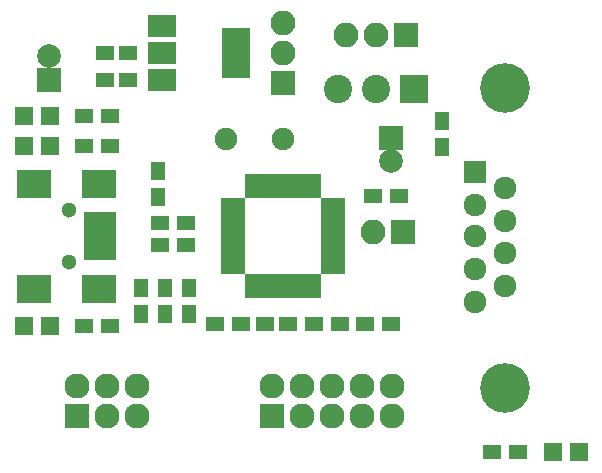
<source format=gts>
G04 #@! TF.GenerationSoftware,KiCad,Pcbnew,(2017-01-09 revision c2fb336)-makepkg*
G04 #@! TF.CreationDate,2017-04-23T15:34:07+02:00*
G04 #@! TF.ProjectId,avrIspMk2Clone,6176724973704D6B32436C6F6E652E6B,rev?*
G04 #@! TF.FileFunction,Soldermask,Top*
G04 #@! TF.FilePolarity,Negative*
%FSLAX46Y46*%
G04 Gerber Fmt 4.6, Leading zero omitted, Abs format (unit mm)*
G04 Created by KiCad (PCBNEW (2017-01-09 revision c2fb336)-makepkg) date 04/23/17 15:34:07*
%MOMM*%
%LPD*%
G01*
G04 APERTURE LIST*
%ADD10C,0.100000*%
%ADD11O,2.100000X2.100000*%
%ADD12R,2.100000X2.100000*%
%ADD13O,2.127200X2.127200*%
%ADD14R,2.127200X2.127200*%
%ADD15C,1.900000*%
%ADD16R,2.000000X2.000000*%
%ADD17C,2.000000*%
%ADD18R,1.600000X1.600000*%
%ADD19R,2.000000X0.950000*%
%ADD20R,0.950000X2.000000*%
%ADD21C,4.210000*%
%ADD22R,1.920000X1.920000*%
%ADD23C,1.920000*%
%ADD24C,1.300000*%
%ADD25R,2.900000X2.400000*%
%ADD26R,2.700000X0.900000*%
%ADD27R,2.400000X4.200000*%
%ADD28R,2.400000X1.900000*%
%ADD29C,2.400000*%
%ADD30R,2.400000X2.400000*%
%ADD31R,1.600000X1.150000*%
%ADD32R,1.300000X1.600000*%
%ADD33R,1.600000X1.300000*%
G04 APERTURE END LIST*
D10*
D11*
X110908000Y-104600000D03*
D12*
X113448000Y-104600000D03*
D13*
X90969000Y-117700000D03*
X90969000Y-120240000D03*
X88429000Y-117700000D03*
X88429000Y-120240000D03*
X85889000Y-117700000D03*
D14*
X85889000Y-120240000D03*
D15*
X98462000Y-96774000D03*
X103342000Y-96774000D03*
D16*
X83476000Y-91760000D03*
D17*
X83476000Y-89760000D03*
D16*
X112432000Y-96650000D03*
D17*
X112432000Y-98650000D03*
D18*
X83560000Y-112620000D03*
X81360000Y-112620000D03*
X81360000Y-97380000D03*
X83560000Y-97380000D03*
X83560000Y-94840000D03*
X81360000Y-94840000D03*
X128348000Y-123288000D03*
X126148000Y-123288000D03*
D19*
X107538000Y-102200000D03*
X107538000Y-103000000D03*
X107538000Y-103800000D03*
X107538000Y-104600000D03*
X107538000Y-105400000D03*
X107538000Y-106200000D03*
X107538000Y-107000000D03*
X107538000Y-107800000D03*
D20*
X106088000Y-109250000D03*
X105288000Y-109250000D03*
X104488000Y-109250000D03*
X103688000Y-109250000D03*
X102888000Y-109250000D03*
X102088000Y-109250000D03*
X101288000Y-109250000D03*
X100488000Y-109250000D03*
D19*
X99038000Y-107800000D03*
X99038000Y-107000000D03*
X99038000Y-106200000D03*
X99038000Y-105400000D03*
X99038000Y-104600000D03*
X99038000Y-103800000D03*
X99038000Y-103000000D03*
X99038000Y-102200000D03*
D20*
X100488000Y-100750000D03*
X101288000Y-100750000D03*
X102088000Y-100750000D03*
X102888000Y-100750000D03*
X103688000Y-100750000D03*
X104488000Y-100750000D03*
X105288000Y-100750000D03*
X106088000Y-100750000D03*
D21*
X122084000Y-117830000D03*
X122084000Y-92430000D03*
D22*
X119544000Y-99540000D03*
D23*
X119544000Y-102330000D03*
X119544000Y-105000000D03*
X119544000Y-107800000D03*
X119544000Y-110590000D03*
X122084000Y-100940000D03*
X122084000Y-103730000D03*
X122084000Y-106400000D03*
X122084000Y-109190000D03*
D24*
X85200000Y-107200000D03*
X85200000Y-102800000D03*
D25*
X82200000Y-109450000D03*
X87700000Y-109450000D03*
X82200000Y-100550000D03*
X87700000Y-100550000D03*
D26*
X87800000Y-106600000D03*
X87800000Y-105800000D03*
X87800000Y-105000000D03*
X87800000Y-104200000D03*
X87800000Y-103400000D03*
D14*
X102399000Y-120240000D03*
D13*
X102399000Y-117700000D03*
X104939000Y-120240000D03*
X104939000Y-117700000D03*
X107479000Y-120240000D03*
X107479000Y-117700000D03*
X110019000Y-120240000D03*
X110019000Y-117700000D03*
X112559000Y-120240000D03*
X112559000Y-117700000D03*
D27*
X99326000Y-89506000D03*
D28*
X93026000Y-89506000D03*
X93026000Y-91806000D03*
X93026000Y-87206000D03*
D11*
X108622000Y-87982000D03*
X111162000Y-87982000D03*
D12*
X113702000Y-87982000D03*
D29*
X107962000Y-92554000D03*
X111162000Y-92554000D03*
D30*
X114362000Y-92554000D03*
D31*
X88241000Y-91792000D03*
X90141000Y-91792000D03*
X90141000Y-89506000D03*
X88241000Y-89506000D03*
D11*
X103288000Y-86966000D03*
X103288000Y-89506000D03*
D12*
X103288000Y-92046000D03*
D32*
X92710000Y-101684000D03*
X92710000Y-99484000D03*
D33*
X92880000Y-103886000D03*
X95080000Y-103886000D03*
X95080000Y-105762000D03*
X92880000Y-105762000D03*
D32*
X116750000Y-97464000D03*
X116750000Y-95264000D03*
X91313000Y-111590000D03*
X91313000Y-109390000D03*
X93345000Y-109390000D03*
X93345000Y-111590000D03*
X95377000Y-111590000D03*
X95377000Y-109390000D03*
D33*
X97579000Y-112395000D03*
X99779000Y-112395000D03*
X110951000Y-101571000D03*
X113151000Y-101571000D03*
X108161000Y-112395000D03*
X105961000Y-112395000D03*
X112479000Y-112395000D03*
X110279000Y-112395000D03*
X88640000Y-112620000D03*
X86440000Y-112620000D03*
X86440000Y-97380000D03*
X88640000Y-97380000D03*
X88640000Y-94840000D03*
X86440000Y-94840000D03*
X123184000Y-123288000D03*
X120984000Y-123288000D03*
D31*
X103693000Y-112395000D03*
X101793000Y-112395000D03*
M02*

</source>
